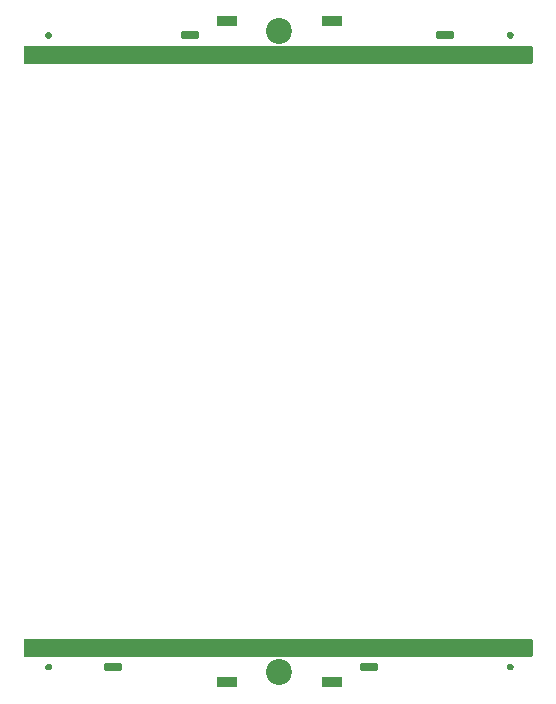
<source format=gbr>
%TF.GenerationSoftware,KiCad,Pcbnew,(6.0.6)*%
%TF.CreationDate,2022-09-06T16:34:49-05:00*%
%TF.ProjectId,etl_module_pcb_mockup_v3p3,65746c5f-6d6f-4647-956c-655f7063625f,rev?*%
%TF.SameCoordinates,Original*%
%TF.FileFunction,Soldermask,Top*%
%TF.FilePolarity,Negative*%
%FSLAX46Y46*%
G04 Gerber Fmt 4.6, Leading zero omitted, Abs format (unit mm)*
G04 Created by KiCad (PCBNEW (6.0.6)) date 2022-09-06 16:34:49*
%MOMM*%
%LPD*%
G01*
G04 APERTURE LIST*
G04 Aperture macros list*
%AMRoundRect*
0 Rectangle with rounded corners*
0 $1 Rounding radius*
0 $2 $3 $4 $5 $6 $7 $8 $9 X,Y pos of 4 corners*
0 Add a 4 corners polygon primitive as box body*
4,1,4,$2,$3,$4,$5,$6,$7,$8,$9,$2,$3,0*
0 Add four circle primitives for the rounded corners*
1,1,$1+$1,$2,$3*
1,1,$1+$1,$4,$5*
1,1,$1+$1,$6,$7*
1,1,$1+$1,$8,$9*
0 Add four rect primitives between the rounded corners*
20,1,$1+$1,$2,$3,$4,$5,0*
20,1,$1+$1,$4,$5,$6,$7,0*
20,1,$1+$1,$6,$7,$8,$9,0*
20,1,$1+$1,$8,$9,$2,$3,0*%
G04 Aperture macros list end*
%ADD10C,0.600000*%
%ADD11C,2.200000*%
%ADD12RoundRect,0.125000X-0.482600X-0.127000X0.482600X-0.127000X0.482600X0.127000X-0.482600X0.127000X0*%
%ADD13RoundRect,0.125000X-0.063500X-0.127000X0.063500X-0.127000X0.063500X0.127000X-0.063500X0.127000X0*%
%ADD14RoundRect,0.125000X-0.419100X-0.127000X0.419100X-0.127000X0.419100X0.127000X-0.419100X0.127000X0*%
%ADD15RoundRect,0.125000X-0.152400X-0.127000X0.152400X-0.127000X0.152400X0.127000X-0.152400X0.127000X0*%
%ADD16RoundRect,0.125000X-0.355600X-0.127000X0.355600X-0.127000X0.355600X0.127000X-0.355600X0.127000X0*%
%ADD17RoundRect,0.125000X-0.558800X-0.127000X0.558800X-0.127000X0.558800X0.127000X-0.558800X0.127000X0*%
%ADD18RoundRect,0.125000X-0.203200X-0.127000X0.203200X-0.127000X0.203200X0.127000X-0.203200X0.127000X0*%
%ADD19RoundRect,0.125000X-0.279400X-0.127000X0.279400X-0.127000X0.279400X0.127000X-0.279400X0.127000X0*%
%ADD20RoundRect,0.125000X-0.508000X-0.127000X0.508000X-0.127000X0.508000X0.127000X-0.508000X0.127000X0*%
%ADD21RoundRect,0.125000X-0.495300X-0.127000X0.495300X-0.127000X0.495300X0.127000X-0.495300X0.127000X0*%
%ADD22RoundRect,0.125000X-0.635000X-0.127000X0.635000X-0.127000X0.635000X0.127000X-0.635000X0.127000X0*%
%ADD23RoundRect,0.125000X-0.431800X-0.127000X0.431800X-0.127000X0.431800X0.127000X-0.431800X0.127000X0*%
%ADD24RoundRect,0.125000X-0.190500X-0.127000X0.190500X-0.127000X0.190500X0.127000X-0.190500X0.127000X0*%
%ADD25RoundRect,0.125000X0.482600X0.127000X-0.482600X0.127000X-0.482600X-0.127000X0.482600X-0.127000X0*%
%ADD26RoundRect,0.125000X0.063500X0.127000X-0.063500X0.127000X-0.063500X-0.127000X0.063500X-0.127000X0*%
%ADD27RoundRect,0.125000X0.419100X0.127000X-0.419100X0.127000X-0.419100X-0.127000X0.419100X-0.127000X0*%
%ADD28RoundRect,0.125000X0.152400X0.127000X-0.152400X0.127000X-0.152400X-0.127000X0.152400X-0.127000X0*%
%ADD29RoundRect,0.125000X0.355600X0.127000X-0.355600X0.127000X-0.355600X-0.127000X0.355600X-0.127000X0*%
%ADD30RoundRect,0.125000X0.558800X0.127000X-0.558800X0.127000X-0.558800X-0.127000X0.558800X-0.127000X0*%
%ADD31RoundRect,0.125000X0.203200X0.127000X-0.203200X0.127000X-0.203200X-0.127000X0.203200X-0.127000X0*%
%ADD32RoundRect,0.125000X0.279400X0.127000X-0.279400X0.127000X-0.279400X-0.127000X0.279400X-0.127000X0*%
%ADD33RoundRect,0.125000X0.508000X0.127000X-0.508000X0.127000X-0.508000X-0.127000X0.508000X-0.127000X0*%
%ADD34RoundRect,0.125000X0.495300X0.127000X-0.495300X0.127000X-0.495300X-0.127000X0.495300X-0.127000X0*%
%ADD35RoundRect,0.125000X0.635000X0.127000X-0.635000X0.127000X-0.635000X-0.127000X0.635000X-0.127000X0*%
%ADD36RoundRect,0.125000X0.431800X0.127000X-0.431800X0.127000X-0.431800X-0.127000X0.431800X-0.127000X0*%
%ADD37RoundRect,0.125000X0.190500X0.127000X-0.190500X0.127000X-0.190500X-0.127000X0.190500X-0.127000X0*%
%ADD38RoundRect,0.125000X-0.600000X-0.250000X0.600000X-0.250000X0.600000X0.250000X-0.600000X0.250000X0*%
%ADD39RoundRect,0.125000X0.600000X0.250000X-0.600000X0.250000X-0.600000X-0.250000X0.600000X-0.250000X0*%
%ADD40R,1.740000X0.840000*%
G04 APERTURE END LIST*
D10*
%TO.C,REF\u002A\u002A*%
X41610000Y-2000000D02*
G75*
G03*
X41610000Y-2000000I-10000J0D01*
G01*
X2510000Y-55500000D02*
G75*
G03*
X2510000Y-55500000I-10000J0D01*
G01*
X41610000Y-55500000D02*
G75*
G03*
X41610000Y-55500000I-10000J0D01*
G01*
X2510000Y-2000000D02*
G75*
G03*
X2510000Y-2000000I-10000J0D01*
G01*
%TD*%
D11*
%TO.C,REF\u002A\u002A*%
X22050000Y-55900000D03*
%TD*%
D12*
%TO.C,*%
X42636135Y-53331873D03*
D13*
X42350131Y-54347873D03*
D14*
X41696081Y-53720747D03*
D15*
X41129915Y-53331873D03*
D16*
X40634107Y-53720747D03*
D17*
X39713865Y-53331873D03*
D13*
X39061085Y-54347873D03*
D18*
X38775081Y-53331873D03*
D13*
X38489077Y-53966873D03*
X38346075Y-54347873D03*
X38203073Y-53966873D03*
X38060071Y-54347873D03*
X37917069Y-53720747D03*
X37774067Y-53331873D03*
X37631065Y-53966873D03*
X37488063Y-54347873D03*
X37345061Y-53966873D03*
X37202059Y-54347873D03*
D19*
X36851539Y-53331873D03*
D20*
X36046613Y-53720747D03*
D13*
X35486035Y-54347873D03*
X35200031Y-54347873D03*
D18*
X35200031Y-53331873D03*
D13*
X34914027Y-54347873D03*
X34628023Y-54347873D03*
D16*
X34485021Y-53720747D03*
D13*
X34342019Y-54347873D03*
X34056015Y-54347873D03*
X33770011Y-54347873D03*
D21*
X33492643Y-53331873D03*
D13*
X33484007Y-54347873D03*
X33198003Y-54347873D03*
X32911999Y-54347873D03*
D18*
X32625995Y-53720747D03*
D13*
X32196989Y-54347873D03*
D22*
X31777381Y-53331873D03*
D17*
X30553609Y-53720747D03*
D23*
X29564279Y-53331873D03*
D16*
X28765195Y-53720747D03*
D17*
X27829967Y-53331873D03*
D14*
X26850797Y-53720747D03*
D13*
X26334161Y-54094381D03*
D14*
X25828955Y-53331873D03*
D24*
X25043079Y-53720747D03*
D18*
X24919127Y-53331873D03*
D13*
X24655983Y-54220873D03*
X24526189Y-53847747D03*
X24396141Y-54220873D03*
D24*
X24129187Y-53720747D03*
X24005997Y-53331873D03*
D13*
X23746155Y-53720747D03*
X23616107Y-53331873D03*
X23486059Y-53847747D03*
X23356011Y-54220873D03*
X23225963Y-53847747D03*
X23096169Y-54220873D03*
X22966121Y-53847747D03*
X22836073Y-54220873D03*
X22706025Y-53720747D03*
X22575977Y-53331873D03*
%TD*%
D25*
%TO.C,*%
X23099471Y-4168127D03*
D26*
X23385475Y-3152127D03*
D27*
X24039525Y-3779253D03*
D28*
X24605691Y-4168127D03*
D29*
X25101499Y-3779253D03*
D30*
X26021741Y-4168127D03*
D26*
X26674521Y-3152127D03*
D31*
X26960525Y-4168127D03*
D26*
X27246529Y-3533127D03*
X27389531Y-3152127D03*
X27532533Y-3533127D03*
X27675535Y-3152127D03*
X27818537Y-3779253D03*
X27961539Y-4168127D03*
X28104541Y-3533127D03*
X28247543Y-3152127D03*
X28390545Y-3533127D03*
X28533547Y-3152127D03*
D32*
X28884067Y-4168127D03*
D33*
X29688993Y-3779253D03*
D26*
X30249571Y-3152127D03*
X30535575Y-3152127D03*
D31*
X30535575Y-4168127D03*
D26*
X30821579Y-3152127D03*
X31107583Y-3152127D03*
D29*
X31250585Y-3779253D03*
D26*
X31393587Y-3152127D03*
X31679591Y-3152127D03*
X31965595Y-3152127D03*
D34*
X32242963Y-4168127D03*
D26*
X32251599Y-3152127D03*
X32537603Y-3152127D03*
X32823607Y-3152127D03*
D31*
X33109611Y-3779253D03*
D26*
X33538617Y-3152127D03*
D35*
X33958225Y-4168127D03*
D30*
X35181997Y-3779253D03*
D36*
X36171327Y-4168127D03*
D29*
X36970411Y-3779253D03*
D30*
X37905639Y-4168127D03*
D27*
X38884809Y-3779253D03*
D26*
X39401445Y-3405619D03*
D27*
X39906651Y-4168127D03*
D37*
X40692527Y-3779253D03*
D31*
X40816479Y-4168127D03*
D26*
X41079623Y-3279127D03*
X41209417Y-3652253D03*
X41339465Y-3279127D03*
D37*
X41606419Y-3779253D03*
X41729609Y-4168127D03*
D26*
X41989451Y-3779253D03*
X42119499Y-4168127D03*
X42249547Y-3652253D03*
X42379595Y-3279127D03*
X42509643Y-3652253D03*
X42639437Y-3279127D03*
X42769485Y-3652253D03*
X42899533Y-3279127D03*
X43029581Y-3779253D03*
X43159629Y-4168127D03*
%TD*%
D13*
%TO.C,*%
X925977Y-53331873D03*
X1056025Y-53720747D03*
X1186073Y-54220873D03*
X1316121Y-53847747D03*
X1446169Y-54220873D03*
X1575963Y-53847747D03*
X1706011Y-54220873D03*
X1836059Y-53847747D03*
X1966107Y-53331873D03*
X2096155Y-53720747D03*
D24*
X2355997Y-53331873D03*
X2479187Y-53720747D03*
D13*
X2746141Y-54220873D03*
X2876189Y-53847747D03*
X3005983Y-54220873D03*
D18*
X3269127Y-53331873D03*
D24*
X3393079Y-53720747D03*
D14*
X4178955Y-53331873D03*
D13*
X4684161Y-54094381D03*
D14*
X5200797Y-53720747D03*
D17*
X6179967Y-53331873D03*
D16*
X7115195Y-53720747D03*
D23*
X7914279Y-53331873D03*
D17*
X8903609Y-53720747D03*
D22*
X10127381Y-53331873D03*
D13*
X10546989Y-54347873D03*
D18*
X10975995Y-53720747D03*
D13*
X11261999Y-54347873D03*
X11548003Y-54347873D03*
X11834007Y-54347873D03*
D21*
X11842643Y-53331873D03*
D13*
X12120011Y-54347873D03*
X12406015Y-54347873D03*
X12692019Y-54347873D03*
D16*
X12835021Y-53720747D03*
D13*
X12978023Y-54347873D03*
X13264027Y-54347873D03*
D18*
X13550031Y-53331873D03*
D13*
X13550031Y-54347873D03*
X13836035Y-54347873D03*
D20*
X14396613Y-53720747D03*
D19*
X15201539Y-53331873D03*
D13*
X15552059Y-54347873D03*
X15695061Y-53966873D03*
X15838063Y-54347873D03*
X15981065Y-53966873D03*
X16124067Y-53331873D03*
X16267069Y-53720747D03*
X16410071Y-54347873D03*
X16553073Y-53966873D03*
X16696075Y-54347873D03*
X16839077Y-53966873D03*
D18*
X17125081Y-53331873D03*
D13*
X17411085Y-54347873D03*
D17*
X18063865Y-53331873D03*
D16*
X18984107Y-53720747D03*
D15*
X19479915Y-53331873D03*
D14*
X20046081Y-53720747D03*
D13*
X20700131Y-54347873D03*
D12*
X20986135Y-53331873D03*
%TD*%
D26*
%TO.C,*%
X21509629Y-4168127D03*
X21379581Y-3779253D03*
X21249533Y-3279127D03*
X21119485Y-3652253D03*
X20989437Y-3279127D03*
X20859643Y-3652253D03*
X20729595Y-3279127D03*
X20599547Y-3652253D03*
X20469499Y-4168127D03*
X20339451Y-3779253D03*
D37*
X20079609Y-4168127D03*
X19956419Y-3779253D03*
D26*
X19689465Y-3279127D03*
X19559417Y-3652253D03*
X19429623Y-3279127D03*
D31*
X19166479Y-4168127D03*
D37*
X19042527Y-3779253D03*
D27*
X18256651Y-4168127D03*
D26*
X17751445Y-3405619D03*
D27*
X17234809Y-3779253D03*
D30*
X16255639Y-4168127D03*
D29*
X15320411Y-3779253D03*
D36*
X14521327Y-4168127D03*
D30*
X13531997Y-3779253D03*
D35*
X12308225Y-4168127D03*
D26*
X11888617Y-3152127D03*
D31*
X11459611Y-3779253D03*
D26*
X11173607Y-3152127D03*
X10887603Y-3152127D03*
X10601599Y-3152127D03*
D34*
X10592963Y-4168127D03*
D26*
X10315595Y-3152127D03*
X10029591Y-3152127D03*
X9743587Y-3152127D03*
D29*
X9600585Y-3779253D03*
D26*
X9457583Y-3152127D03*
X9171579Y-3152127D03*
D31*
X8885575Y-4168127D03*
D26*
X8885575Y-3152127D03*
X8599571Y-3152127D03*
D33*
X8038993Y-3779253D03*
D32*
X7234067Y-4168127D03*
D26*
X6883547Y-3152127D03*
X6740545Y-3533127D03*
X6597543Y-3152127D03*
X6454541Y-3533127D03*
X6311539Y-4168127D03*
X6168537Y-3779253D03*
X6025535Y-3152127D03*
X5882533Y-3533127D03*
X5739531Y-3152127D03*
X5596529Y-3533127D03*
D31*
X5310525Y-4168127D03*
D26*
X5024521Y-3152127D03*
D30*
X4371741Y-4168127D03*
D29*
X3451499Y-3779253D03*
D28*
X2955691Y-4168127D03*
D27*
X2389525Y-3779253D03*
D26*
X1735475Y-3152127D03*
D25*
X1449471Y-4168127D03*
%TD*%
D11*
%TO.C,REF\u002A\u002A*%
X22050000Y-1600000D03*
%TD*%
D38*
%TO.C,REF\u002A\u002A*%
X8000000Y-55500000D03*
%TD*%
%TO.C,REF\u002A\u002A*%
X29610000Y-55500000D03*
%TD*%
D39*
%TO.C,REF\u002A\u002A*%
X36100000Y-2000000D03*
%TD*%
%TO.C,REF\u002A\u002A*%
X14450000Y-2000000D03*
%TD*%
D40*
%TO.C,REF\u002A\u002A*%
X17600000Y-56780000D03*
%TD*%
%TO.C,REF\u002A\u002A*%
X26500000Y-56780000D03*
%TD*%
%TO.C,REF\u002A\u002A*%
X26500000Y-800000D03*
%TD*%
%TO.C,REF\u002A\u002A*%
X17600000Y-800000D03*
%TD*%
G36*
X43373764Y-2915597D02*
G01*
X43441880Y-2935615D01*
X43488361Y-2989281D01*
X43499735Y-3041597D01*
X43499735Y-4299626D01*
X43479733Y-4367747D01*
X43426077Y-4414240D01*
X43373735Y-4425626D01*
X515735Y-4425626D01*
X447614Y-4405624D01*
X401121Y-4351968D01*
X389735Y-4299626D01*
X389735Y-3031655D01*
X409737Y-2963534D01*
X463393Y-2917041D01*
X515764Y-2905655D01*
X43373764Y-2915597D01*
G37*
G36*
X43374029Y-53089971D02*
G01*
X43442145Y-53109989D01*
X43488626Y-53163655D01*
X43500000Y-53215971D01*
X43500000Y-54474000D01*
X43479998Y-54542121D01*
X43426342Y-54588614D01*
X43374000Y-54600000D01*
X516000Y-54600000D01*
X447879Y-54579998D01*
X401386Y-54526342D01*
X390000Y-54474000D01*
X390000Y-53206029D01*
X410002Y-53137908D01*
X463658Y-53091415D01*
X516029Y-53080029D01*
X43374029Y-53089971D01*
G37*
M02*

</source>
